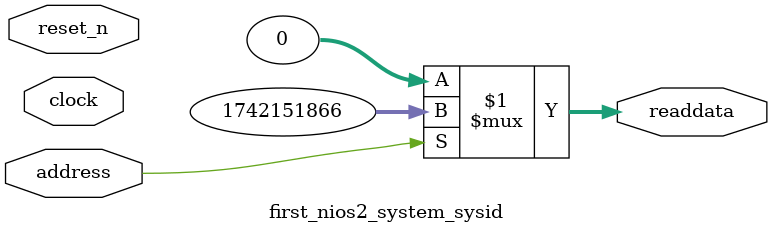
<source format=v>



// synthesis translate_off
`timescale 1ns / 1ps
// synthesis translate_on

// turn off superfluous verilog processor warnings 
// altera message_level Level1 
// altera message_off 10034 10035 10036 10037 10230 10240 10030 

module first_nios2_system_sysid (
               // inputs:
                address,
                clock,
                reset_n,

               // outputs:
                readdata
             )
;

  output  [ 31: 0] readdata;
  input            address;
  input            clock;
  input            reset_n;

  wire    [ 31: 0] readdata;
  //control_slave, which is an e_avalon_slave
  assign readdata = address ? 1742151866 : 0;

endmodule



</source>
